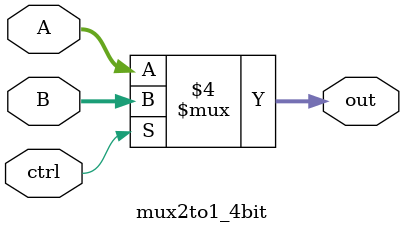
<source format=v>
module mux2to1_4bit(A, B, ctrl, out);
	input [3:0] A, B;
	input ctrl;
	output reg[3:0] out;
	
	always @(A, B, ctrl)
		if(ctrl == 0)
			out = A;
		else
			out = B;
endmodule
</source>
